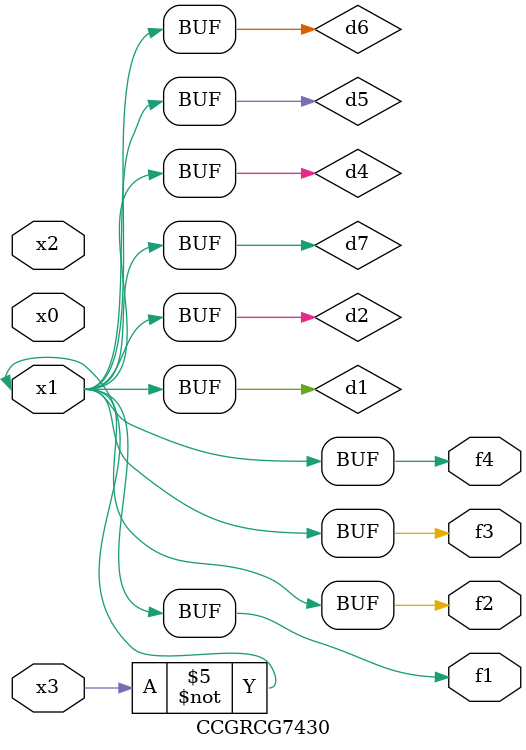
<source format=v>
module CCGRCG7430(
	input x0, x1, x2, x3,
	output f1, f2, f3, f4
);

	wire d1, d2, d3, d4, d5, d6, d7;

	not (d1, x3);
	buf (d2, x1);
	xnor (d3, d1, d2);
	nor (d4, d1);
	buf (d5, d1, d2);
	buf (d6, d4, d5);
	nand (d7, d4);
	assign f1 = d6;
	assign f2 = d7;
	assign f3 = d6;
	assign f4 = d6;
endmodule

</source>
